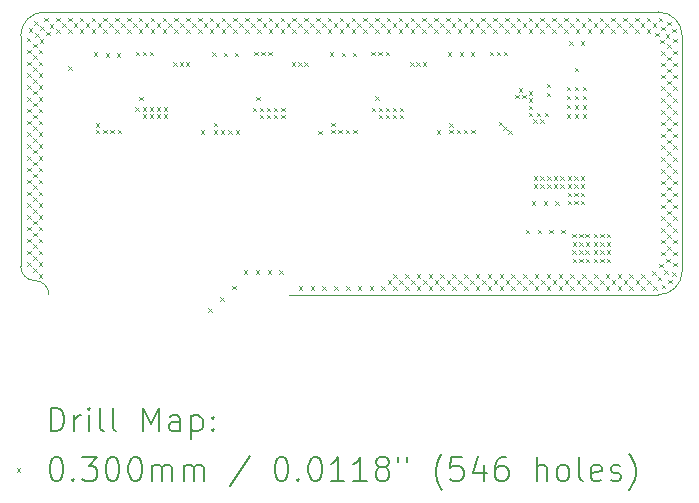
<source format=gbr>
%FSLAX45Y45*%
G04 Gerber Fmt 4.5, Leading zero omitted, Abs format (unit mm)*
G04 Created by KiCad (PCBNEW (6.0.0)) date 2022-03-25 21:06:09*
%MOMM*%
%LPD*%
G01*
G04 APERTURE LIST*
%TA.AperFunction,Profile*%
%ADD10C,0.050000*%
%TD*%
%ADD11C,0.200000*%
%ADD12C,0.030000*%
G04 APERTURE END LIST*
D10*
X6400000Y3394062D02*
X1200000Y3394062D01*
X6600062Y3194000D02*
X6600000Y1200000D01*
X3270000Y1000000D02*
X6399938Y999938D01*
X6600062Y3194000D02*
G75*
G03*
X6400000Y3394062I-200062J0D01*
G01*
X1200000Y3394062D02*
G75*
G03*
X999938Y3194000I0J-200062D01*
G01*
X999867Y1240133D02*
G75*
G03*
X1119933Y1120067I120067J0D01*
G01*
X6399938Y999938D02*
G75*
G03*
X6600000Y1200000I0J200062D01*
G01*
X1240000Y1000000D02*
G75*
G03*
X1119933Y1120067I-120067J0D01*
G01*
X999938Y3194000D02*
X999867Y1240133D01*
D11*
D12*
X1052000Y3175000D02*
X1082000Y3145000D01*
X1082000Y3175000D02*
X1052000Y3145000D01*
X1054000Y3074000D02*
X1084000Y3044000D01*
X1084000Y3074000D02*
X1054000Y3044000D01*
X1054000Y2974000D02*
X1084000Y2944000D01*
X1084000Y2974000D02*
X1054000Y2944000D01*
X1054000Y2874000D02*
X1084000Y2844000D01*
X1084000Y2874000D02*
X1054000Y2844000D01*
X1054000Y2774000D02*
X1084000Y2744000D01*
X1084000Y2774000D02*
X1054000Y2744000D01*
X1054000Y2674000D02*
X1084000Y2644000D01*
X1084000Y2674000D02*
X1054000Y2644000D01*
X1054000Y2574000D02*
X1084000Y2544000D01*
X1084000Y2574000D02*
X1054000Y2544000D01*
X1054000Y2474000D02*
X1084000Y2444000D01*
X1084000Y2474000D02*
X1054000Y2444000D01*
X1054000Y2374000D02*
X1084000Y2344000D01*
X1084000Y2374000D02*
X1054000Y2344000D01*
X1054000Y2274000D02*
X1084000Y2244000D01*
X1084000Y2274000D02*
X1054000Y2244000D01*
X1054000Y2174000D02*
X1084000Y2144000D01*
X1084000Y2174000D02*
X1054000Y2144000D01*
X1054000Y2074000D02*
X1084000Y2044000D01*
X1084000Y2074000D02*
X1054000Y2044000D01*
X1054000Y1974000D02*
X1084000Y1944000D01*
X1084000Y1974000D02*
X1054000Y1944000D01*
X1054000Y1874000D02*
X1084000Y1844000D01*
X1084000Y1874000D02*
X1054000Y1844000D01*
X1054000Y1774000D02*
X1084000Y1744000D01*
X1084000Y1774000D02*
X1054000Y1744000D01*
X1054000Y1674000D02*
X1084000Y1644000D01*
X1084000Y1674000D02*
X1054000Y1644000D01*
X1054000Y1574000D02*
X1084000Y1544000D01*
X1084000Y1574000D02*
X1054000Y1544000D01*
X1054000Y1474000D02*
X1084000Y1444000D01*
X1084000Y1474000D02*
X1054000Y1444000D01*
X1054000Y1374000D02*
X1084000Y1344000D01*
X1084000Y1374000D02*
X1054000Y1344000D01*
X1054000Y1274000D02*
X1084000Y1244000D01*
X1084000Y1274000D02*
X1054000Y1244000D01*
X1070000Y3255000D02*
X1100000Y3225000D01*
X1100000Y3255000D02*
X1070000Y3225000D01*
X1104000Y3126000D02*
X1134000Y3096000D01*
X1134000Y3126000D02*
X1104000Y3096000D01*
X1104000Y3026000D02*
X1134000Y2996000D01*
X1134000Y3026000D02*
X1104000Y2996000D01*
X1104000Y2926000D02*
X1134000Y2896000D01*
X1134000Y2926000D02*
X1104000Y2896000D01*
X1104000Y2826000D02*
X1134000Y2796000D01*
X1134000Y2826000D02*
X1104000Y2796000D01*
X1104000Y2726000D02*
X1134000Y2696000D01*
X1134000Y2726000D02*
X1104000Y2696000D01*
X1104000Y2626000D02*
X1134000Y2596000D01*
X1134000Y2626000D02*
X1104000Y2596000D01*
X1104000Y2526000D02*
X1134000Y2496000D01*
X1134000Y2526000D02*
X1104000Y2496000D01*
X1104000Y2426000D02*
X1134000Y2396000D01*
X1134000Y2426000D02*
X1104000Y2396000D01*
X1104000Y2326000D02*
X1134000Y2296000D01*
X1134000Y2326000D02*
X1104000Y2296000D01*
X1104000Y2226000D02*
X1134000Y2196000D01*
X1134000Y2226000D02*
X1104000Y2196000D01*
X1104000Y2126000D02*
X1134000Y2096000D01*
X1134000Y2126000D02*
X1104000Y2096000D01*
X1104000Y2026000D02*
X1134000Y1996000D01*
X1134000Y2026000D02*
X1104000Y1996000D01*
X1104000Y1926000D02*
X1134000Y1896000D01*
X1134000Y1926000D02*
X1104000Y1896000D01*
X1104000Y1826000D02*
X1134000Y1796000D01*
X1134000Y1826000D02*
X1104000Y1796000D01*
X1104000Y1726000D02*
X1134000Y1696000D01*
X1134000Y1726000D02*
X1104000Y1696000D01*
X1104000Y1626000D02*
X1134000Y1596000D01*
X1134000Y1626000D02*
X1104000Y1596000D01*
X1104000Y1526000D02*
X1134000Y1496000D01*
X1134000Y1526000D02*
X1104000Y1496000D01*
X1104000Y1426000D02*
X1134000Y1396000D01*
X1134000Y1426000D02*
X1104000Y1396000D01*
X1104000Y1326000D02*
X1134000Y1296000D01*
X1134000Y1326000D02*
X1104000Y1296000D01*
X1104000Y1224000D02*
X1134000Y1194000D01*
X1134000Y1224000D02*
X1104000Y1194000D01*
X1115000Y3317000D02*
X1145000Y3287000D01*
X1145000Y3317000D02*
X1115000Y3287000D01*
X1121000Y3214000D02*
X1151000Y3184000D01*
X1151000Y3214000D02*
X1121000Y3184000D01*
X1154000Y3074000D02*
X1184000Y3044000D01*
X1184000Y3074000D02*
X1154000Y3044000D01*
X1154000Y2974000D02*
X1184000Y2944000D01*
X1184000Y2974000D02*
X1154000Y2944000D01*
X1154000Y2874000D02*
X1184000Y2844000D01*
X1184000Y2874000D02*
X1154000Y2844000D01*
X1154000Y2774000D02*
X1184000Y2744000D01*
X1184000Y2774000D02*
X1154000Y2744000D01*
X1154000Y2674000D02*
X1184000Y2644000D01*
X1184000Y2674000D02*
X1154000Y2644000D01*
X1154000Y2574000D02*
X1184000Y2544000D01*
X1184000Y2574000D02*
X1154000Y2544000D01*
X1154000Y2474000D02*
X1184000Y2444000D01*
X1184000Y2474000D02*
X1154000Y2444000D01*
X1154000Y2374000D02*
X1184000Y2344000D01*
X1184000Y2374000D02*
X1154000Y2344000D01*
X1154000Y2274000D02*
X1184000Y2244000D01*
X1184000Y2274000D02*
X1154000Y2244000D01*
X1154000Y2174000D02*
X1184000Y2144000D01*
X1184000Y2174000D02*
X1154000Y2144000D01*
X1154000Y2074000D02*
X1184000Y2044000D01*
X1184000Y2074000D02*
X1154000Y2044000D01*
X1154000Y1974000D02*
X1184000Y1944000D01*
X1184000Y1974000D02*
X1154000Y1944000D01*
X1154000Y1874000D02*
X1184000Y1844000D01*
X1184000Y1874000D02*
X1154000Y1844000D01*
X1154000Y1774000D02*
X1184000Y1744000D01*
X1184000Y1774000D02*
X1154000Y1744000D01*
X1154000Y1674000D02*
X1184000Y1644000D01*
X1184000Y1674000D02*
X1154000Y1644000D01*
X1154000Y1574000D02*
X1184000Y1544000D01*
X1184000Y1574000D02*
X1154000Y1544000D01*
X1154000Y1474000D02*
X1184000Y1444000D01*
X1184000Y1474000D02*
X1154000Y1444000D01*
X1154000Y1374000D02*
X1184000Y1344000D01*
X1184000Y1374000D02*
X1154000Y1344000D01*
X1154000Y1274000D02*
X1184000Y1244000D01*
X1184000Y1274000D02*
X1154000Y1244000D01*
X1154000Y1174000D02*
X1184000Y1144000D01*
X1184000Y1174000D02*
X1154000Y1144000D01*
X1163000Y3162000D02*
X1193000Y3132000D01*
X1193000Y3162000D02*
X1163000Y3132000D01*
X1165000Y3272000D02*
X1195000Y3242000D01*
X1195000Y3272000D02*
X1165000Y3242000D01*
X1201000Y3347000D02*
X1231000Y3317000D01*
X1231000Y3347000D02*
X1201000Y3317000D01*
X1214000Y3228000D02*
X1244000Y3198000D01*
X1244000Y3228000D02*
X1214000Y3198000D01*
X1244000Y3292000D02*
X1274000Y3262000D01*
X1274000Y3292000D02*
X1244000Y3262000D01*
X1301000Y3347000D02*
X1331000Y3317000D01*
X1331000Y3347000D02*
X1301000Y3317000D01*
X1301000Y3247000D02*
X1331000Y3217000D01*
X1331000Y3247000D02*
X1301000Y3217000D01*
X1351000Y3297000D02*
X1381000Y3267000D01*
X1381000Y3297000D02*
X1351000Y3267000D01*
X1401000Y3347000D02*
X1431000Y3317000D01*
X1431000Y3347000D02*
X1401000Y3317000D01*
X1401000Y3247000D02*
X1431000Y3217000D01*
X1431000Y3247000D02*
X1401000Y3217000D01*
X1401000Y2934000D02*
X1431000Y2904000D01*
X1431000Y2934000D02*
X1401000Y2904000D01*
X1451000Y3297000D02*
X1481000Y3267000D01*
X1481000Y3297000D02*
X1451000Y3267000D01*
X1501000Y3347000D02*
X1531000Y3317000D01*
X1531000Y3347000D02*
X1501000Y3317000D01*
X1501000Y3247000D02*
X1531000Y3217000D01*
X1531000Y3247000D02*
X1501000Y3217000D01*
X1551000Y3297000D02*
X1581000Y3267000D01*
X1581000Y3297000D02*
X1551000Y3267000D01*
X1601000Y3347000D02*
X1631000Y3317000D01*
X1631000Y3347000D02*
X1601000Y3317000D01*
X1601000Y3247000D02*
X1631000Y3217000D01*
X1631000Y3247000D02*
X1601000Y3217000D01*
X1619000Y3053000D02*
X1649000Y3023000D01*
X1649000Y3053000D02*
X1619000Y3023000D01*
X1637000Y2454000D02*
X1667000Y2424000D01*
X1667000Y2454000D02*
X1637000Y2424000D01*
X1637000Y2396000D02*
X1667000Y2366000D01*
X1667000Y2396000D02*
X1637000Y2366000D01*
X1651000Y3297000D02*
X1681000Y3267000D01*
X1681000Y3297000D02*
X1651000Y3267000D01*
X1699000Y2396000D02*
X1729000Y2366000D01*
X1729000Y2396000D02*
X1699000Y2366000D01*
X1701000Y3347000D02*
X1731000Y3317000D01*
X1731000Y3347000D02*
X1701000Y3317000D01*
X1701000Y3247000D02*
X1731000Y3217000D01*
X1731000Y3247000D02*
X1701000Y3217000D01*
X1721000Y3047000D02*
X1751000Y3017000D01*
X1751000Y3047000D02*
X1721000Y3017000D01*
X1751000Y3297000D02*
X1781000Y3267000D01*
X1781000Y3297000D02*
X1751000Y3267000D01*
X1760000Y2396000D02*
X1790000Y2366000D01*
X1790000Y2396000D02*
X1760000Y2366000D01*
X1801000Y3347000D02*
X1831000Y3317000D01*
X1831000Y3347000D02*
X1801000Y3317000D01*
X1801000Y3247000D02*
X1831000Y3217000D01*
X1831000Y3247000D02*
X1801000Y3217000D01*
X1813000Y3047000D02*
X1843000Y3017000D01*
X1843000Y3047000D02*
X1813000Y3017000D01*
X1823000Y2396000D02*
X1853000Y2366000D01*
X1853000Y2396000D02*
X1823000Y2366000D01*
X1851000Y3297000D02*
X1881000Y3267000D01*
X1881000Y3297000D02*
X1851000Y3267000D01*
X1901000Y3347000D02*
X1931000Y3317000D01*
X1931000Y3347000D02*
X1901000Y3317000D01*
X1901000Y3247000D02*
X1931000Y3217000D01*
X1931000Y3247000D02*
X1901000Y3217000D01*
X1951000Y3297000D02*
X1981000Y3267000D01*
X1981000Y3297000D02*
X1951000Y3267000D01*
X1970000Y2588000D02*
X2000000Y2558000D01*
X2000000Y2588000D02*
X1970000Y2558000D01*
X1974000Y3058000D02*
X2004000Y3028000D01*
X2004000Y3058000D02*
X1974000Y3028000D01*
X2001000Y3347000D02*
X2031000Y3317000D01*
X2031000Y3347000D02*
X2001000Y3317000D01*
X2001000Y3247000D02*
X2031000Y3217000D01*
X2031000Y3247000D02*
X2001000Y3217000D01*
X2004000Y2678000D02*
X2034000Y2648000D01*
X2034000Y2678000D02*
X2004000Y2648000D01*
X2032000Y2587000D02*
X2062000Y2557000D01*
X2062000Y2587000D02*
X2032000Y2557000D01*
X2032000Y2527000D02*
X2062000Y2497000D01*
X2062000Y2527000D02*
X2032000Y2497000D01*
X2034000Y3058000D02*
X2064000Y3028000D01*
X2064000Y3058000D02*
X2034000Y3028000D01*
X2051000Y3297000D02*
X2081000Y3267000D01*
X2081000Y3297000D02*
X2051000Y3267000D01*
X2092000Y2587000D02*
X2122000Y2557000D01*
X2122000Y2587000D02*
X2092000Y2557000D01*
X2092000Y2527000D02*
X2122000Y2497000D01*
X2122000Y2527000D02*
X2092000Y2497000D01*
X2094000Y3058000D02*
X2124000Y3028000D01*
X2124000Y3058000D02*
X2094000Y3028000D01*
X2101000Y3347000D02*
X2131000Y3317000D01*
X2131000Y3347000D02*
X2101000Y3317000D01*
X2101000Y3247000D02*
X2131000Y3217000D01*
X2131000Y3247000D02*
X2101000Y3217000D01*
X2151000Y3297000D02*
X2181000Y3267000D01*
X2181000Y3297000D02*
X2151000Y3267000D01*
X2152000Y2587000D02*
X2182000Y2557000D01*
X2182000Y2587000D02*
X2152000Y2557000D01*
X2152000Y2527000D02*
X2182000Y2497000D01*
X2182000Y2527000D02*
X2152000Y2497000D01*
X2201000Y3347000D02*
X2231000Y3317000D01*
X2231000Y3347000D02*
X2201000Y3317000D01*
X2201000Y3247000D02*
X2231000Y3217000D01*
X2231000Y3247000D02*
X2201000Y3217000D01*
X2212000Y2587000D02*
X2242000Y2557000D01*
X2242000Y2587000D02*
X2212000Y2557000D01*
X2212000Y2527000D02*
X2242000Y2497000D01*
X2242000Y2527000D02*
X2212000Y2497000D01*
X2251000Y3297000D02*
X2281000Y3267000D01*
X2281000Y3297000D02*
X2251000Y3267000D01*
X2293000Y2970000D02*
X2323000Y2940000D01*
X2323000Y2970000D02*
X2293000Y2940000D01*
X2301000Y3347000D02*
X2331000Y3317000D01*
X2331000Y3347000D02*
X2301000Y3317000D01*
X2301000Y3247000D02*
X2331000Y3217000D01*
X2331000Y3247000D02*
X2301000Y3217000D01*
X2346000Y2970000D02*
X2376000Y2940000D01*
X2376000Y2970000D02*
X2346000Y2940000D01*
X2351000Y3297000D02*
X2381000Y3267000D01*
X2381000Y3297000D02*
X2351000Y3267000D01*
X2399000Y2970000D02*
X2429000Y2940000D01*
X2429000Y2970000D02*
X2399000Y2940000D01*
X2401000Y3347000D02*
X2431000Y3317000D01*
X2431000Y3347000D02*
X2401000Y3317000D01*
X2401000Y3247000D02*
X2431000Y3217000D01*
X2431000Y3247000D02*
X2401000Y3217000D01*
X2451000Y3297000D02*
X2481000Y3267000D01*
X2481000Y3297000D02*
X2451000Y3267000D01*
X2501000Y3347000D02*
X2531000Y3317000D01*
X2531000Y3347000D02*
X2501000Y3317000D01*
X2501000Y3247000D02*
X2531000Y3217000D01*
X2531000Y3247000D02*
X2501000Y3217000D01*
X2523500Y2392500D02*
X2553500Y2362500D01*
X2553500Y2392500D02*
X2523500Y2362500D01*
X2551000Y3297000D02*
X2581000Y3267000D01*
X2581000Y3297000D02*
X2551000Y3267000D01*
X2590000Y884000D02*
X2620000Y854000D01*
X2620000Y884000D02*
X2590000Y854000D01*
X2601000Y3347000D02*
X2631000Y3317000D01*
X2631000Y3347000D02*
X2601000Y3317000D01*
X2601000Y3247000D02*
X2631000Y3217000D01*
X2631000Y3247000D02*
X2601000Y3217000D01*
X2620000Y3053000D02*
X2650000Y3023000D01*
X2650000Y3053000D02*
X2620000Y3023000D01*
X2633000Y2456000D02*
X2663000Y2426000D01*
X2663000Y2456000D02*
X2633000Y2426000D01*
X2633000Y2395000D02*
X2663000Y2365000D01*
X2663000Y2395000D02*
X2633000Y2365000D01*
X2651000Y3297000D02*
X2681000Y3267000D01*
X2681000Y3297000D02*
X2651000Y3267000D01*
X2690000Y978000D02*
X2720000Y948000D01*
X2720000Y978000D02*
X2690000Y948000D01*
X2695000Y2395000D02*
X2725000Y2365000D01*
X2725000Y2395000D02*
X2695000Y2365000D01*
X2701000Y3347000D02*
X2731000Y3317000D01*
X2731000Y3347000D02*
X2701000Y3317000D01*
X2701000Y3247000D02*
X2731000Y3217000D01*
X2731000Y3247000D02*
X2701000Y3217000D01*
X2719000Y3051000D02*
X2749000Y3021000D01*
X2749000Y3051000D02*
X2719000Y3021000D01*
X2751000Y3297000D02*
X2781000Y3267000D01*
X2781000Y3297000D02*
X2751000Y3267000D01*
X2756000Y2395000D02*
X2786000Y2365000D01*
X2786000Y2395000D02*
X2756000Y2365000D01*
X2789333Y1076000D02*
X2819333Y1046000D01*
X2819333Y1076000D02*
X2789333Y1046000D01*
X2801000Y3347000D02*
X2831000Y3317000D01*
X2831000Y3347000D02*
X2801000Y3317000D01*
X2801000Y3247000D02*
X2831000Y3217000D01*
X2831000Y3247000D02*
X2801000Y3217000D01*
X2811000Y3051000D02*
X2841000Y3021000D01*
X2841000Y3051000D02*
X2811000Y3021000D01*
X2819000Y2395000D02*
X2849000Y2365000D01*
X2849000Y2395000D02*
X2819000Y2365000D01*
X2851000Y3297000D02*
X2881000Y3267000D01*
X2881000Y3297000D02*
X2851000Y3267000D01*
X2889500Y1209500D02*
X2919500Y1179500D01*
X2919500Y1209500D02*
X2889500Y1179500D01*
X2901000Y3347000D02*
X2931000Y3317000D01*
X2931000Y3347000D02*
X2901000Y3317000D01*
X2901000Y3247000D02*
X2931000Y3217000D01*
X2931000Y3247000D02*
X2901000Y3217000D01*
X2951000Y3297000D02*
X2981000Y3267000D01*
X2981000Y3297000D02*
X2951000Y3267000D01*
X2963000Y2585000D02*
X2993000Y2555000D01*
X2993000Y2585000D02*
X2963000Y2555000D01*
X2976000Y3058000D02*
X3006000Y3028000D01*
X3006000Y3058000D02*
X2976000Y3028000D01*
X2989666Y1209500D02*
X3019666Y1179500D01*
X3019666Y1209500D02*
X2989666Y1179500D01*
X2992000Y2676000D02*
X3022000Y2646000D01*
X3022000Y2676000D02*
X2992000Y2646000D01*
X3001000Y3347000D02*
X3031000Y3317000D01*
X3031000Y3347000D02*
X3001000Y3317000D01*
X3001000Y3247000D02*
X3031000Y3217000D01*
X3031000Y3247000D02*
X3001000Y3217000D01*
X3024000Y2585000D02*
X3054000Y2555000D01*
X3054000Y2585000D02*
X3024000Y2555000D01*
X3024000Y2525000D02*
X3054000Y2495000D01*
X3054000Y2525000D02*
X3024000Y2495000D01*
X3036000Y3058000D02*
X3066000Y3028000D01*
X3066000Y3058000D02*
X3036000Y3028000D01*
X3051000Y3297000D02*
X3081000Y3267000D01*
X3081000Y3297000D02*
X3051000Y3267000D01*
X3084000Y2585000D02*
X3114000Y2555000D01*
X3114000Y2585000D02*
X3084000Y2555000D01*
X3084000Y2525000D02*
X3114000Y2495000D01*
X3114000Y2525000D02*
X3084000Y2495000D01*
X3089833Y1209500D02*
X3119833Y1179500D01*
X3119833Y1209500D02*
X3089833Y1179500D01*
X3096000Y3058000D02*
X3126000Y3028000D01*
X3126000Y3058000D02*
X3096000Y3028000D01*
X3101000Y3347000D02*
X3131000Y3317000D01*
X3131000Y3347000D02*
X3101000Y3317000D01*
X3101000Y3247000D02*
X3131000Y3217000D01*
X3131000Y3247000D02*
X3101000Y3217000D01*
X3144000Y2585000D02*
X3174000Y2555000D01*
X3174000Y2585000D02*
X3144000Y2555000D01*
X3144000Y2525000D02*
X3174000Y2495000D01*
X3174000Y2525000D02*
X3144000Y2495000D01*
X3151000Y3297000D02*
X3181000Y3267000D01*
X3181000Y3297000D02*
X3151000Y3267000D01*
X3191000Y1209500D02*
X3221000Y1179500D01*
X3221000Y1209500D02*
X3191000Y1179500D01*
X3201000Y3347000D02*
X3231000Y3317000D01*
X3231000Y3347000D02*
X3201000Y3317000D01*
X3201000Y3247000D02*
X3231000Y3217000D01*
X3231000Y3247000D02*
X3201000Y3217000D01*
X3204000Y2585000D02*
X3234000Y2555000D01*
X3234000Y2585000D02*
X3204000Y2555000D01*
X3204000Y2525000D02*
X3234000Y2495000D01*
X3234000Y2525000D02*
X3204000Y2495000D01*
X3251000Y3297000D02*
X3281000Y3267000D01*
X3281000Y3297000D02*
X3251000Y3267000D01*
X3295000Y2970000D02*
X3325000Y2940000D01*
X3325000Y2970000D02*
X3295000Y2940000D01*
X3301000Y3347000D02*
X3331000Y3317000D01*
X3331000Y3347000D02*
X3301000Y3317000D01*
X3301000Y3247000D02*
X3331000Y3217000D01*
X3331000Y3247000D02*
X3301000Y3217000D01*
X3348000Y2970000D02*
X3378000Y2940000D01*
X3378000Y2970000D02*
X3348000Y2940000D01*
X3351000Y3297000D02*
X3381000Y3267000D01*
X3381000Y3297000D02*
X3351000Y3267000D01*
X3354000Y1074000D02*
X3384000Y1044000D01*
X3384000Y1074000D02*
X3354000Y1044000D01*
X3401000Y3347000D02*
X3431000Y3317000D01*
X3431000Y3347000D02*
X3401000Y3317000D01*
X3401000Y3247000D02*
X3431000Y3217000D01*
X3431000Y3247000D02*
X3401000Y3217000D01*
X3401000Y2970000D02*
X3431000Y2940000D01*
X3431000Y2970000D02*
X3401000Y2940000D01*
X3451000Y3297000D02*
X3481000Y3267000D01*
X3481000Y3297000D02*
X3451000Y3267000D01*
X3454000Y1074000D02*
X3484000Y1044000D01*
X3484000Y1074000D02*
X3454000Y1044000D01*
X3501000Y3347000D02*
X3531000Y3317000D01*
X3531000Y3347000D02*
X3501000Y3317000D01*
X3501000Y3247000D02*
X3531000Y3217000D01*
X3531000Y3247000D02*
X3501000Y3217000D01*
X3518500Y2390500D02*
X3548500Y2360500D01*
X3548500Y2390500D02*
X3518500Y2360500D01*
X3551000Y3297000D02*
X3581000Y3267000D01*
X3581000Y3297000D02*
X3551000Y3267000D01*
X3554000Y1074000D02*
X3584000Y1044000D01*
X3584000Y1074000D02*
X3554000Y1044000D01*
X3601000Y3347000D02*
X3631000Y3317000D01*
X3631000Y3347000D02*
X3601000Y3317000D01*
X3601000Y3247000D02*
X3631000Y3217000D01*
X3631000Y3247000D02*
X3601000Y3217000D01*
X3617000Y3053000D02*
X3647000Y3023000D01*
X3647000Y3053000D02*
X3617000Y3023000D01*
X3628000Y2456000D02*
X3658000Y2426000D01*
X3658000Y2456000D02*
X3628000Y2426000D01*
X3628000Y2396000D02*
X3658000Y2366000D01*
X3658000Y2396000D02*
X3628000Y2366000D01*
X3651000Y3297000D02*
X3681000Y3267000D01*
X3681000Y3297000D02*
X3651000Y3267000D01*
X3654000Y1074000D02*
X3684000Y1044000D01*
X3684000Y1074000D02*
X3654000Y1044000D01*
X3690000Y2396000D02*
X3720000Y2366000D01*
X3720000Y2396000D02*
X3690000Y2366000D01*
X3701000Y3347000D02*
X3731000Y3317000D01*
X3731000Y3347000D02*
X3701000Y3317000D01*
X3701000Y3247000D02*
X3731000Y3217000D01*
X3731000Y3247000D02*
X3701000Y3217000D01*
X3718000Y3050000D02*
X3748000Y3020000D01*
X3748000Y3050000D02*
X3718000Y3020000D01*
X3751000Y3297000D02*
X3781000Y3267000D01*
X3781000Y3297000D02*
X3751000Y3267000D01*
X3751000Y2396000D02*
X3781000Y2366000D01*
X3781000Y2396000D02*
X3751000Y2366000D01*
X3754000Y1074000D02*
X3784000Y1044000D01*
X3784000Y1074000D02*
X3754000Y1044000D01*
X3801000Y3347000D02*
X3831000Y3317000D01*
X3831000Y3347000D02*
X3801000Y3317000D01*
X3801000Y3247000D02*
X3831000Y3217000D01*
X3831000Y3247000D02*
X3801000Y3217000D01*
X3810000Y3050000D02*
X3840000Y3020000D01*
X3840000Y3050000D02*
X3810000Y3020000D01*
X3814000Y2396000D02*
X3844000Y2366000D01*
X3844000Y2396000D02*
X3814000Y2366000D01*
X3851000Y3297000D02*
X3881000Y3267000D01*
X3881000Y3297000D02*
X3851000Y3267000D01*
X3854000Y1074000D02*
X3884000Y1044000D01*
X3884000Y1074000D02*
X3854000Y1044000D01*
X3901000Y3347000D02*
X3931000Y3317000D01*
X3931000Y3347000D02*
X3901000Y3317000D01*
X3901000Y3247000D02*
X3931000Y3217000D01*
X3931000Y3247000D02*
X3901000Y3217000D01*
X3951000Y3297000D02*
X3981000Y3267000D01*
X3981000Y3297000D02*
X3951000Y3267000D01*
X3954000Y1074000D02*
X3984000Y1044000D01*
X3984000Y1074000D02*
X3954000Y1044000D01*
X3969000Y3058000D02*
X3999000Y3028000D01*
X3999000Y3058000D02*
X3969000Y3028000D01*
X3972000Y2585000D02*
X4002000Y2555000D01*
X4002000Y2585000D02*
X3972000Y2555000D01*
X4001000Y3347000D02*
X4031000Y3317000D01*
X4031000Y3347000D02*
X4001000Y3317000D01*
X4001000Y3247000D02*
X4031000Y3217000D01*
X4031000Y3247000D02*
X4001000Y3217000D01*
X4003000Y2680000D02*
X4033000Y2650000D01*
X4033000Y2680000D02*
X4003000Y2650000D01*
X4029000Y3058000D02*
X4059000Y3028000D01*
X4059000Y3058000D02*
X4029000Y3028000D01*
X4031000Y2585000D02*
X4061000Y2555000D01*
X4061000Y2585000D02*
X4031000Y2555000D01*
X4031000Y2525000D02*
X4061000Y2495000D01*
X4061000Y2525000D02*
X4031000Y2495000D01*
X4051000Y3297000D02*
X4081000Y3267000D01*
X4081000Y3297000D02*
X4051000Y3267000D01*
X4054000Y1074000D02*
X4084000Y1044000D01*
X4084000Y1074000D02*
X4054000Y1044000D01*
X4089000Y3058000D02*
X4119000Y3028000D01*
X4119000Y3058000D02*
X4089000Y3028000D01*
X4091000Y2585000D02*
X4121000Y2555000D01*
X4121000Y2585000D02*
X4091000Y2555000D01*
X4091000Y2525000D02*
X4121000Y2495000D01*
X4121000Y2525000D02*
X4091000Y2495000D01*
X4101000Y3347000D02*
X4131000Y3317000D01*
X4131000Y3347000D02*
X4101000Y3317000D01*
X4101000Y3247000D02*
X4131000Y3217000D01*
X4131000Y3247000D02*
X4101000Y3217000D01*
X4106000Y1123000D02*
X4136000Y1093000D01*
X4136000Y1123000D02*
X4106000Y1093000D01*
X4151000Y3297000D02*
X4181000Y3267000D01*
X4181000Y3297000D02*
X4151000Y3267000D01*
X4151000Y2585000D02*
X4181000Y2555000D01*
X4181000Y2585000D02*
X4151000Y2555000D01*
X4151000Y2525000D02*
X4181000Y2495000D01*
X4181000Y2525000D02*
X4151000Y2495000D01*
X4154000Y1174000D02*
X4184000Y1144000D01*
X4184000Y1174000D02*
X4154000Y1144000D01*
X4154000Y1074000D02*
X4184000Y1044000D01*
X4184000Y1074000D02*
X4154000Y1044000D01*
X4201000Y3347000D02*
X4231000Y3317000D01*
X4231000Y3347000D02*
X4201000Y3317000D01*
X4201000Y3247000D02*
X4231000Y3217000D01*
X4231000Y3247000D02*
X4201000Y3217000D01*
X4206000Y1123000D02*
X4236000Y1093000D01*
X4236000Y1123000D02*
X4206000Y1093000D01*
X4211000Y2585000D02*
X4241000Y2555000D01*
X4241000Y2585000D02*
X4211000Y2555000D01*
X4211000Y2525000D02*
X4241000Y2495000D01*
X4241000Y2525000D02*
X4211000Y2495000D01*
X4251000Y3297000D02*
X4281000Y3267000D01*
X4281000Y3297000D02*
X4251000Y3267000D01*
X4254000Y1174000D02*
X4284000Y1144000D01*
X4284000Y1174000D02*
X4254000Y1144000D01*
X4254000Y1074000D02*
X4284000Y1044000D01*
X4284000Y1074000D02*
X4254000Y1044000D01*
X4297000Y2970000D02*
X4327000Y2940000D01*
X4327000Y2970000D02*
X4297000Y2940000D01*
X4301000Y3347000D02*
X4331000Y3317000D01*
X4331000Y3347000D02*
X4301000Y3317000D01*
X4301000Y3247000D02*
X4331000Y3217000D01*
X4331000Y3247000D02*
X4301000Y3217000D01*
X4306000Y1123000D02*
X4336000Y1093000D01*
X4336000Y1123000D02*
X4306000Y1093000D01*
X4350000Y2970000D02*
X4380000Y2940000D01*
X4380000Y2970000D02*
X4350000Y2940000D01*
X4351000Y3297000D02*
X4381000Y3267000D01*
X4381000Y3297000D02*
X4351000Y3267000D01*
X4354000Y1174000D02*
X4384000Y1144000D01*
X4384000Y1174000D02*
X4354000Y1144000D01*
X4354000Y1074000D02*
X4384000Y1044000D01*
X4384000Y1074000D02*
X4354000Y1044000D01*
X4401000Y3347000D02*
X4431000Y3317000D01*
X4431000Y3347000D02*
X4401000Y3317000D01*
X4401000Y3247000D02*
X4431000Y3217000D01*
X4431000Y3247000D02*
X4401000Y3217000D01*
X4403000Y2970000D02*
X4433000Y2940000D01*
X4433000Y2970000D02*
X4403000Y2940000D01*
X4406000Y1123000D02*
X4436000Y1093000D01*
X4436000Y1123000D02*
X4406000Y1093000D01*
X4451000Y3297000D02*
X4481000Y3267000D01*
X4481000Y3297000D02*
X4451000Y3267000D01*
X4454000Y1174000D02*
X4484000Y1144000D01*
X4484000Y1174000D02*
X4454000Y1144000D01*
X4454000Y1074000D02*
X4484000Y1044000D01*
X4484000Y1074000D02*
X4454000Y1044000D01*
X4501000Y3347000D02*
X4531000Y3317000D01*
X4531000Y3347000D02*
X4501000Y3317000D01*
X4501000Y3247000D02*
X4531000Y3217000D01*
X4531000Y3247000D02*
X4501000Y3217000D01*
X4506000Y1123000D02*
X4536000Y1093000D01*
X4536000Y1123000D02*
X4506000Y1093000D01*
X4523000Y2393000D02*
X4553000Y2363000D01*
X4553000Y2393000D02*
X4523000Y2363000D01*
X4551000Y3297000D02*
X4581000Y3267000D01*
X4581000Y3297000D02*
X4551000Y3267000D01*
X4554000Y1174000D02*
X4584000Y1144000D01*
X4584000Y1174000D02*
X4554000Y1144000D01*
X4554000Y1074000D02*
X4584000Y1044000D01*
X4584000Y1074000D02*
X4554000Y1044000D01*
X4601000Y3347000D02*
X4631000Y3317000D01*
X4631000Y3347000D02*
X4601000Y3317000D01*
X4601000Y3247000D02*
X4631000Y3217000D01*
X4631000Y3247000D02*
X4601000Y3217000D01*
X4606000Y1123000D02*
X4636000Y1093000D01*
X4636000Y1123000D02*
X4606000Y1093000D01*
X4614000Y3053000D02*
X4644000Y3023000D01*
X4644000Y3053000D02*
X4614000Y3023000D01*
X4630000Y2453000D02*
X4660000Y2423000D01*
X4660000Y2453000D02*
X4630000Y2423000D01*
X4630000Y2397000D02*
X4660000Y2367000D01*
X4660000Y2397000D02*
X4630000Y2367000D01*
X4651000Y3297000D02*
X4681000Y3267000D01*
X4681000Y3297000D02*
X4651000Y3267000D01*
X4654000Y1174000D02*
X4684000Y1144000D01*
X4684000Y1174000D02*
X4654000Y1144000D01*
X4654000Y1074000D02*
X4684000Y1044000D01*
X4684000Y1074000D02*
X4654000Y1044000D01*
X4692000Y2397000D02*
X4722000Y2367000D01*
X4722000Y2397000D02*
X4692000Y2367000D01*
X4701000Y3347000D02*
X4731000Y3317000D01*
X4731000Y3347000D02*
X4701000Y3317000D01*
X4701000Y3247000D02*
X4731000Y3217000D01*
X4731000Y3247000D02*
X4701000Y3217000D01*
X4706000Y1123000D02*
X4736000Y1093000D01*
X4736000Y1123000D02*
X4706000Y1093000D01*
X4717000Y3053000D02*
X4747000Y3023000D01*
X4747000Y3053000D02*
X4717000Y3023000D01*
X4751000Y3297000D02*
X4781000Y3267000D01*
X4781000Y3297000D02*
X4751000Y3267000D01*
X4753000Y2397000D02*
X4783000Y2367000D01*
X4783000Y2397000D02*
X4753000Y2367000D01*
X4754000Y1174000D02*
X4784000Y1144000D01*
X4784000Y1174000D02*
X4754000Y1144000D01*
X4754000Y1074000D02*
X4784000Y1044000D01*
X4784000Y1074000D02*
X4754000Y1044000D01*
X4801000Y3347000D02*
X4831000Y3317000D01*
X4831000Y3347000D02*
X4801000Y3317000D01*
X4801000Y3247000D02*
X4831000Y3217000D01*
X4831000Y3247000D02*
X4801000Y3217000D01*
X4806000Y1123000D02*
X4836000Y1093000D01*
X4836000Y1123000D02*
X4806000Y1093000D01*
X4809000Y3053000D02*
X4839000Y3023000D01*
X4839000Y3053000D02*
X4809000Y3023000D01*
X4816000Y2397000D02*
X4846000Y2367000D01*
X4846000Y2397000D02*
X4816000Y2367000D01*
X4851000Y3297000D02*
X4881000Y3267000D01*
X4881000Y3297000D02*
X4851000Y3267000D01*
X4854000Y1174000D02*
X4884000Y1144000D01*
X4884000Y1174000D02*
X4854000Y1144000D01*
X4854000Y1074000D02*
X4884000Y1044000D01*
X4884000Y1074000D02*
X4854000Y1044000D01*
X4901000Y3347000D02*
X4931000Y3317000D01*
X4931000Y3347000D02*
X4901000Y3317000D01*
X4901000Y3247000D02*
X4931000Y3217000D01*
X4931000Y3247000D02*
X4901000Y3217000D01*
X4906000Y1123000D02*
X4936000Y1093000D01*
X4936000Y1123000D02*
X4906000Y1093000D01*
X4951000Y3297000D02*
X4981000Y3267000D01*
X4981000Y3297000D02*
X4951000Y3267000D01*
X4954000Y1174000D02*
X4984000Y1144000D01*
X4984000Y1174000D02*
X4954000Y1144000D01*
X4954000Y1074000D02*
X4984000Y1044000D01*
X4984000Y1074000D02*
X4954000Y1044000D01*
X4970000Y3058000D02*
X5000000Y3028000D01*
X5000000Y3058000D02*
X4970000Y3028000D01*
X5001000Y3347000D02*
X5031000Y3317000D01*
X5031000Y3347000D02*
X5001000Y3317000D01*
X5001000Y3247000D02*
X5031000Y3217000D01*
X5031000Y3247000D02*
X5001000Y3217000D01*
X5006000Y1123000D02*
X5036000Y1093000D01*
X5036000Y1123000D02*
X5006000Y1093000D01*
X5030000Y3058000D02*
X5060000Y3028000D01*
X5060000Y3058000D02*
X5030000Y3028000D01*
X5047000Y2466000D02*
X5077000Y2436000D01*
X5077000Y2466000D02*
X5047000Y2436000D01*
X5051000Y3297000D02*
X5081000Y3267000D01*
X5081000Y3297000D02*
X5051000Y3267000D01*
X5054000Y1174000D02*
X5084000Y1144000D01*
X5084000Y1174000D02*
X5054000Y1144000D01*
X5054000Y1074000D02*
X5084000Y1044000D01*
X5084000Y1074000D02*
X5054000Y1044000D01*
X5086000Y2428000D02*
X5116000Y2398000D01*
X5116000Y2428000D02*
X5086000Y2398000D01*
X5090000Y3058000D02*
X5120000Y3028000D01*
X5120000Y3058000D02*
X5090000Y3028000D01*
X5101000Y3347000D02*
X5131000Y3317000D01*
X5131000Y3347000D02*
X5101000Y3317000D01*
X5101000Y3247000D02*
X5131000Y3217000D01*
X5131000Y3247000D02*
X5101000Y3217000D01*
X5106000Y1123000D02*
X5136000Y1093000D01*
X5136000Y1123000D02*
X5106000Y1093000D01*
X5129000Y2394000D02*
X5159000Y2364000D01*
X5159000Y2394000D02*
X5129000Y2364000D01*
X5151000Y3297000D02*
X5181000Y3267000D01*
X5181000Y3297000D02*
X5151000Y3267000D01*
X5154000Y1174000D02*
X5184000Y1144000D01*
X5184000Y1174000D02*
X5154000Y1144000D01*
X5154000Y1074000D02*
X5184000Y1044000D01*
X5184000Y1074000D02*
X5154000Y1044000D01*
X5185000Y2695000D02*
X5215000Y2665000D01*
X5215000Y2695000D02*
X5185000Y2665000D01*
X5201000Y3347000D02*
X5231000Y3317000D01*
X5231000Y3347000D02*
X5201000Y3317000D01*
X5201000Y3247000D02*
X5231000Y3217000D01*
X5231000Y3247000D02*
X5201000Y3217000D01*
X5206000Y1123000D02*
X5236000Y1093000D01*
X5236000Y1123000D02*
X5206000Y1093000D01*
X5217500Y2750000D02*
X5247500Y2720000D01*
X5247500Y2750000D02*
X5217500Y2720000D01*
X5247500Y2695000D02*
X5277500Y2665000D01*
X5277500Y2695000D02*
X5247500Y2665000D01*
X5251000Y3297000D02*
X5281000Y3267000D01*
X5281000Y3297000D02*
X5251000Y3267000D01*
X5254000Y1174000D02*
X5284000Y1144000D01*
X5284000Y1174000D02*
X5254000Y1144000D01*
X5254000Y1074000D02*
X5284000Y1044000D01*
X5284000Y1074000D02*
X5254000Y1044000D01*
X5277500Y1550000D02*
X5307500Y1520000D01*
X5307500Y1550000D02*
X5277500Y1520000D01*
X5301000Y3347000D02*
X5331000Y3317000D01*
X5331000Y3347000D02*
X5301000Y3317000D01*
X5301000Y3247000D02*
X5331000Y3217000D01*
X5331000Y3247000D02*
X5301000Y3217000D01*
X5302500Y2725000D02*
X5332500Y2695000D01*
X5332500Y2725000D02*
X5302500Y2695000D01*
X5302500Y2663333D02*
X5332500Y2633333D01*
X5332500Y2663333D02*
X5302500Y2633333D01*
X5302500Y2601667D02*
X5332500Y2571667D01*
X5332500Y2601667D02*
X5302500Y2571667D01*
X5302500Y2540000D02*
X5332500Y2510000D01*
X5332500Y2540000D02*
X5302500Y2510000D01*
X5306000Y1123000D02*
X5336000Y1093000D01*
X5336000Y1123000D02*
X5306000Y1093000D01*
X5327000Y1793500D02*
X5357000Y1763500D01*
X5357000Y1793500D02*
X5327000Y1763500D01*
X5340000Y2485000D02*
X5370000Y2455000D01*
X5370000Y2485000D02*
X5340000Y2455000D01*
X5343000Y2004500D02*
X5373000Y1974500D01*
X5373000Y2004500D02*
X5343000Y1974500D01*
X5344000Y1934500D02*
X5374000Y1904500D01*
X5374000Y1934500D02*
X5344000Y1904500D01*
X5351000Y3297000D02*
X5381000Y3267000D01*
X5381000Y3297000D02*
X5351000Y3267000D01*
X5354000Y1174000D02*
X5384000Y1144000D01*
X5384000Y1174000D02*
X5354000Y1144000D01*
X5354000Y1074000D02*
X5384000Y1044000D01*
X5384000Y1074000D02*
X5354000Y1044000D01*
X5369500Y2540000D02*
X5399500Y2510000D01*
X5399500Y2540000D02*
X5369500Y2510000D01*
X5377000Y1549500D02*
X5407000Y1519500D01*
X5407000Y1549500D02*
X5377000Y1519500D01*
X5398000Y2004500D02*
X5428000Y1974500D01*
X5428000Y2004500D02*
X5398000Y1974500D01*
X5399000Y1934500D02*
X5429000Y1904500D01*
X5429000Y1934500D02*
X5399000Y1904500D01*
X5400000Y2485000D02*
X5430000Y2455000D01*
X5430000Y2485000D02*
X5400000Y2455000D01*
X5401000Y3347000D02*
X5431000Y3317000D01*
X5431000Y3347000D02*
X5401000Y3317000D01*
X5401000Y3247000D02*
X5431000Y3217000D01*
X5431000Y3247000D02*
X5401000Y3217000D01*
X5406000Y1123000D02*
X5436000Y1093000D01*
X5436000Y1123000D02*
X5406000Y1093000D01*
X5427000Y1793500D02*
X5457000Y1763500D01*
X5457000Y1793500D02*
X5427000Y1763500D01*
X5435000Y2540000D02*
X5465000Y2510000D01*
X5465000Y2540000D02*
X5435000Y2510000D01*
X5451000Y3297000D02*
X5481000Y3267000D01*
X5481000Y3297000D02*
X5451000Y3267000D01*
X5454000Y1174000D02*
X5484000Y1144000D01*
X5484000Y1174000D02*
X5454000Y1144000D01*
X5454000Y1074000D02*
X5484000Y1044000D01*
X5484000Y1074000D02*
X5454000Y1044000D01*
X5455000Y2785000D02*
X5485000Y2755000D01*
X5485000Y2785000D02*
X5455000Y2755000D01*
X5455000Y2709000D02*
X5485000Y2679000D01*
X5485000Y2709000D02*
X5455000Y2679000D01*
X5458000Y2004500D02*
X5488000Y1974500D01*
X5488000Y2004500D02*
X5458000Y1974500D01*
X5459000Y1934500D02*
X5489000Y1904500D01*
X5489000Y1934500D02*
X5459000Y1904500D01*
X5477000Y1549500D02*
X5507000Y1519500D01*
X5507000Y1549500D02*
X5477000Y1519500D01*
X5501000Y3347000D02*
X5531000Y3317000D01*
X5531000Y3347000D02*
X5501000Y3317000D01*
X5501000Y3247000D02*
X5531000Y3217000D01*
X5531000Y3247000D02*
X5501000Y3217000D01*
X5506000Y1123000D02*
X5536000Y1093000D01*
X5536000Y1123000D02*
X5506000Y1093000D01*
X5513000Y2004500D02*
X5543000Y1974500D01*
X5543000Y2004500D02*
X5513000Y1974500D01*
X5514000Y1934500D02*
X5544000Y1904500D01*
X5544000Y1934500D02*
X5514000Y1904500D01*
X5527000Y1793500D02*
X5557000Y1763500D01*
X5557000Y1793500D02*
X5527000Y1763500D01*
X5551000Y3297000D02*
X5581000Y3267000D01*
X5581000Y3297000D02*
X5551000Y3267000D01*
X5554000Y1174000D02*
X5584000Y1144000D01*
X5584000Y1174000D02*
X5554000Y1144000D01*
X5554000Y1074000D02*
X5584000Y1044000D01*
X5584000Y1074000D02*
X5554000Y1044000D01*
X5568000Y2004500D02*
X5598000Y1974500D01*
X5598000Y2004500D02*
X5568000Y1974500D01*
X5569000Y1934500D02*
X5599000Y1904500D01*
X5599000Y1934500D02*
X5569000Y1904500D01*
X5577000Y1549500D02*
X5607000Y1519500D01*
X5607000Y1549500D02*
X5577000Y1519500D01*
X5601000Y3347000D02*
X5631000Y3317000D01*
X5631000Y3347000D02*
X5601000Y3317000D01*
X5601000Y3247000D02*
X5631000Y3217000D01*
X5631000Y3247000D02*
X5601000Y3217000D01*
X5606000Y1123000D02*
X5636000Y1093000D01*
X5636000Y1123000D02*
X5606000Y1093000D01*
X5624000Y2530000D02*
X5654000Y2500000D01*
X5654000Y2530000D02*
X5624000Y2500000D01*
X5624000Y2763000D02*
X5654000Y2733000D01*
X5654000Y2763000D02*
X5624000Y2733000D01*
X5624000Y2607667D02*
X5654000Y2577667D01*
X5654000Y2607667D02*
X5624000Y2577667D01*
X5625000Y2685333D02*
X5655000Y2655333D01*
X5655000Y2685333D02*
X5625000Y2655333D01*
X5632000Y2004500D02*
X5662000Y1974500D01*
X5662000Y2004500D02*
X5632000Y1974500D01*
X5632000Y1865500D02*
X5662000Y1835500D01*
X5662000Y1865500D02*
X5632000Y1835500D01*
X5633000Y1934500D02*
X5663000Y1904500D01*
X5663000Y1934500D02*
X5633000Y1904500D01*
X5633000Y1795500D02*
X5663000Y1765500D01*
X5663000Y1795500D02*
X5633000Y1765500D01*
X5645000Y3145000D02*
X5675000Y3115000D01*
X5675000Y3145000D02*
X5645000Y3115000D01*
X5651000Y3297000D02*
X5681000Y3267000D01*
X5681000Y3297000D02*
X5651000Y3267000D01*
X5654000Y1174000D02*
X5684000Y1144000D01*
X5684000Y1174000D02*
X5654000Y1144000D01*
X5654000Y1074000D02*
X5684000Y1044000D01*
X5684000Y1074000D02*
X5654000Y1044000D01*
X5672000Y1515500D02*
X5702000Y1485500D01*
X5702000Y1515500D02*
X5672000Y1485500D01*
X5672000Y1375500D02*
X5702000Y1345500D01*
X5702000Y1375500D02*
X5672000Y1345500D01*
X5673000Y1445500D02*
X5703000Y1415500D01*
X5703000Y1445500D02*
X5673000Y1415500D01*
X5673000Y1305500D02*
X5703000Y1275500D01*
X5703000Y1305500D02*
X5673000Y1275500D01*
X5687000Y2004500D02*
X5717000Y1974500D01*
X5717000Y2004500D02*
X5687000Y1974500D01*
X5687000Y1865500D02*
X5717000Y1835500D01*
X5717000Y1865500D02*
X5687000Y1835500D01*
X5688000Y1934500D02*
X5718000Y1904500D01*
X5718000Y1934500D02*
X5688000Y1904500D01*
X5688000Y1795500D02*
X5718000Y1765500D01*
X5718000Y1795500D02*
X5688000Y1765500D01*
X5691500Y2762000D02*
X5721500Y2732000D01*
X5721500Y2762000D02*
X5691500Y2732000D01*
X5691500Y2606667D02*
X5721500Y2576667D01*
X5721500Y2606667D02*
X5691500Y2576667D01*
X5691500Y2529000D02*
X5721500Y2499000D01*
X5721500Y2529000D02*
X5691500Y2499000D01*
X5692500Y2922500D02*
X5722500Y2892500D01*
X5722500Y2922500D02*
X5692500Y2892500D01*
X5692500Y2684333D02*
X5722500Y2654333D01*
X5722500Y2684333D02*
X5692500Y2654333D01*
X5701000Y3347000D02*
X5731000Y3317000D01*
X5731000Y3347000D02*
X5701000Y3317000D01*
X5701000Y3247000D02*
X5731000Y3217000D01*
X5731000Y3247000D02*
X5701000Y3217000D01*
X5706000Y1123000D02*
X5736000Y1093000D01*
X5736000Y1123000D02*
X5706000Y1093000D01*
X5727000Y1515500D02*
X5757000Y1485500D01*
X5757000Y1515500D02*
X5727000Y1485500D01*
X5727000Y1375500D02*
X5757000Y1345500D01*
X5757000Y1375500D02*
X5727000Y1345500D01*
X5728000Y1445500D02*
X5758000Y1415500D01*
X5758000Y1445500D02*
X5728000Y1415500D01*
X5728000Y1305500D02*
X5758000Y1275500D01*
X5758000Y1305500D02*
X5728000Y1275500D01*
X5741000Y3145000D02*
X5771000Y3115000D01*
X5771000Y3145000D02*
X5741000Y3115000D01*
X5742000Y2004500D02*
X5772000Y1974500D01*
X5772000Y2004500D02*
X5742000Y1974500D01*
X5742000Y1865500D02*
X5772000Y1835500D01*
X5772000Y1865500D02*
X5742000Y1835500D01*
X5743000Y1934500D02*
X5773000Y1904500D01*
X5773000Y1934500D02*
X5743000Y1904500D01*
X5743000Y1795500D02*
X5773000Y1765500D01*
X5773000Y1795500D02*
X5743000Y1765500D01*
X5751000Y3297000D02*
X5781000Y3267000D01*
X5781000Y3297000D02*
X5751000Y3267000D01*
X5754000Y1174000D02*
X5784000Y1144000D01*
X5784000Y1174000D02*
X5754000Y1144000D01*
X5754000Y1074000D02*
X5784000Y1044000D01*
X5784000Y1074000D02*
X5754000Y1044000D01*
X5759000Y2762000D02*
X5789000Y2732000D01*
X5789000Y2762000D02*
X5759000Y2732000D01*
X5759000Y2606667D02*
X5789000Y2576667D01*
X5789000Y2606667D02*
X5759000Y2576667D01*
X5759000Y2529000D02*
X5789000Y2499000D01*
X5789000Y2529000D02*
X5759000Y2499000D01*
X5760000Y2684333D02*
X5790000Y2654333D01*
X5790000Y2684333D02*
X5760000Y2654333D01*
X5782000Y1515500D02*
X5812000Y1485500D01*
X5812000Y1515500D02*
X5782000Y1485500D01*
X5782000Y1375500D02*
X5812000Y1345500D01*
X5812000Y1375500D02*
X5782000Y1345500D01*
X5783000Y1445500D02*
X5813000Y1415500D01*
X5813000Y1445500D02*
X5783000Y1415500D01*
X5783000Y1305500D02*
X5813000Y1275500D01*
X5813000Y1305500D02*
X5783000Y1275500D01*
X5801000Y3347000D02*
X5831000Y3317000D01*
X5831000Y3347000D02*
X5801000Y3317000D01*
X5801000Y3247000D02*
X5831000Y3217000D01*
X5831000Y3247000D02*
X5801000Y3217000D01*
X5806000Y1123000D02*
X5836000Y1093000D01*
X5836000Y1123000D02*
X5806000Y1093000D01*
X5851000Y3297000D02*
X5881000Y3267000D01*
X5881000Y3297000D02*
X5851000Y3267000D01*
X5852000Y1515500D02*
X5882000Y1485500D01*
X5882000Y1515500D02*
X5852000Y1485500D01*
X5852000Y1375500D02*
X5882000Y1345500D01*
X5882000Y1375500D02*
X5852000Y1345500D01*
X5853000Y1445500D02*
X5883000Y1415500D01*
X5883000Y1445500D02*
X5853000Y1415500D01*
X5853000Y1305500D02*
X5883000Y1275500D01*
X5883000Y1305500D02*
X5853000Y1275500D01*
X5854000Y1174000D02*
X5884000Y1144000D01*
X5884000Y1174000D02*
X5854000Y1144000D01*
X5854000Y1074000D02*
X5884000Y1044000D01*
X5884000Y1074000D02*
X5854000Y1044000D01*
X5901000Y3347000D02*
X5931000Y3317000D01*
X5931000Y3347000D02*
X5901000Y3317000D01*
X5901000Y3247000D02*
X5931000Y3217000D01*
X5931000Y3247000D02*
X5901000Y3217000D01*
X5906000Y1123000D02*
X5936000Y1093000D01*
X5936000Y1123000D02*
X5906000Y1093000D01*
X5907000Y1515500D02*
X5937000Y1485500D01*
X5937000Y1515500D02*
X5907000Y1485500D01*
X5907000Y1375500D02*
X5937000Y1345500D01*
X5937000Y1375500D02*
X5907000Y1345500D01*
X5908000Y1445500D02*
X5938000Y1415500D01*
X5938000Y1445500D02*
X5908000Y1415500D01*
X5908000Y1305500D02*
X5938000Y1275500D01*
X5938000Y1305500D02*
X5908000Y1275500D01*
X5951000Y3297000D02*
X5981000Y3267000D01*
X5981000Y3297000D02*
X5951000Y3267000D01*
X5954000Y1174000D02*
X5984000Y1144000D01*
X5984000Y1174000D02*
X5954000Y1144000D01*
X5954000Y1074000D02*
X5984000Y1044000D01*
X5984000Y1074000D02*
X5954000Y1044000D01*
X5962000Y1515500D02*
X5992000Y1485500D01*
X5992000Y1515500D02*
X5962000Y1485500D01*
X5962000Y1375500D02*
X5992000Y1345500D01*
X5992000Y1375500D02*
X5962000Y1345500D01*
X5963000Y1445500D02*
X5993000Y1415500D01*
X5993000Y1445500D02*
X5963000Y1415500D01*
X5963000Y1305500D02*
X5993000Y1275500D01*
X5993000Y1305500D02*
X5963000Y1275500D01*
X6001000Y3347000D02*
X6031000Y3317000D01*
X6031000Y3347000D02*
X6001000Y3317000D01*
X6001000Y3247000D02*
X6031000Y3217000D01*
X6031000Y3247000D02*
X6001000Y3217000D01*
X6006000Y1123000D02*
X6036000Y1093000D01*
X6036000Y1123000D02*
X6006000Y1093000D01*
X6051000Y3297000D02*
X6081000Y3267000D01*
X6081000Y3297000D02*
X6051000Y3267000D01*
X6054000Y1174000D02*
X6084000Y1144000D01*
X6084000Y1174000D02*
X6054000Y1144000D01*
X6054000Y1074000D02*
X6084000Y1044000D01*
X6084000Y1074000D02*
X6054000Y1044000D01*
X6101000Y3347000D02*
X6131000Y3317000D01*
X6131000Y3347000D02*
X6101000Y3317000D01*
X6101000Y3247000D02*
X6131000Y3217000D01*
X6131000Y3247000D02*
X6101000Y3217000D01*
X6106000Y1123000D02*
X6136000Y1093000D01*
X6136000Y1123000D02*
X6106000Y1093000D01*
X6151000Y3297000D02*
X6181000Y3267000D01*
X6181000Y3297000D02*
X6151000Y3267000D01*
X6154000Y1174000D02*
X6184000Y1144000D01*
X6184000Y1174000D02*
X6154000Y1144000D01*
X6154000Y1074000D02*
X6184000Y1044000D01*
X6184000Y1074000D02*
X6154000Y1044000D01*
X6201000Y3347000D02*
X6231000Y3317000D01*
X6231000Y3347000D02*
X6201000Y3317000D01*
X6201000Y3247000D02*
X6231000Y3217000D01*
X6231000Y3247000D02*
X6201000Y3217000D01*
X6206000Y1123000D02*
X6236000Y1093000D01*
X6236000Y1123000D02*
X6206000Y1093000D01*
X6251000Y3297000D02*
X6281000Y3267000D01*
X6281000Y3297000D02*
X6251000Y3267000D01*
X6254000Y1174000D02*
X6284000Y1144000D01*
X6284000Y1174000D02*
X6254000Y1144000D01*
X6254000Y1074000D02*
X6284000Y1044000D01*
X6284000Y1074000D02*
X6254000Y1044000D01*
X6301000Y3347000D02*
X6331000Y3317000D01*
X6331000Y3347000D02*
X6301000Y3317000D01*
X6301000Y3247000D02*
X6331000Y3217000D01*
X6331000Y3247000D02*
X6301000Y3217000D01*
X6306000Y1123000D02*
X6336000Y1093000D01*
X6336000Y1123000D02*
X6306000Y1093000D01*
X6345000Y1201000D02*
X6375000Y1171000D01*
X6375000Y1201000D02*
X6345000Y1171000D01*
X6351000Y3297000D02*
X6381000Y3267000D01*
X6381000Y3297000D02*
X6351000Y3267000D01*
X6354000Y1074000D02*
X6384000Y1044000D01*
X6384000Y1074000D02*
X6354000Y1044000D01*
X6371000Y3220000D02*
X6401000Y3190000D01*
X6401000Y3220000D02*
X6371000Y3190000D01*
X6395000Y1151000D02*
X6425000Y1121000D01*
X6425000Y1151000D02*
X6395000Y1121000D01*
X6401000Y3347000D02*
X6431000Y3317000D01*
X6431000Y3347000D02*
X6401000Y3317000D01*
X6406000Y1263000D02*
X6436000Y1233000D01*
X6436000Y1263000D02*
X6406000Y1233000D01*
X6414000Y3160000D02*
X6444000Y3130000D01*
X6444000Y3160000D02*
X6414000Y3130000D01*
X6422000Y3268000D02*
X6452000Y3238000D01*
X6452000Y3268000D02*
X6422000Y3238000D01*
X6424000Y3064000D02*
X6454000Y3034000D01*
X6454000Y3064000D02*
X6424000Y3034000D01*
X6424000Y2964000D02*
X6454000Y2934000D01*
X6454000Y2964000D02*
X6424000Y2934000D01*
X6424000Y2864000D02*
X6454000Y2834000D01*
X6454000Y2864000D02*
X6424000Y2834000D01*
X6424000Y2764000D02*
X6454000Y2734000D01*
X6454000Y2764000D02*
X6424000Y2734000D01*
X6424000Y2664000D02*
X6454000Y2634000D01*
X6454000Y2664000D02*
X6424000Y2634000D01*
X6424000Y2564000D02*
X6454000Y2534000D01*
X6454000Y2564000D02*
X6424000Y2534000D01*
X6424000Y2464000D02*
X6454000Y2434000D01*
X6454000Y2464000D02*
X6424000Y2434000D01*
X6424000Y2364000D02*
X6454000Y2334000D01*
X6454000Y2364000D02*
X6424000Y2334000D01*
X6424000Y2264000D02*
X6454000Y2234000D01*
X6454000Y2264000D02*
X6424000Y2234000D01*
X6424000Y2164000D02*
X6454000Y2134000D01*
X6454000Y2164000D02*
X6424000Y2134000D01*
X6424000Y2064000D02*
X6454000Y2034000D01*
X6454000Y2064000D02*
X6424000Y2034000D01*
X6424000Y1964000D02*
X6454000Y1934000D01*
X6454000Y1964000D02*
X6424000Y1934000D01*
X6424000Y1864000D02*
X6454000Y1834000D01*
X6454000Y1864000D02*
X6424000Y1834000D01*
X6424000Y1764000D02*
X6454000Y1734000D01*
X6454000Y1764000D02*
X6424000Y1734000D01*
X6424000Y1664000D02*
X6454000Y1634000D01*
X6454000Y1664000D02*
X6424000Y1634000D01*
X6424000Y1564000D02*
X6454000Y1534000D01*
X6454000Y1564000D02*
X6424000Y1534000D01*
X6424000Y1464000D02*
X6454000Y1434000D01*
X6454000Y1464000D02*
X6424000Y1434000D01*
X6424000Y1364000D02*
X6454000Y1334000D01*
X6454000Y1364000D02*
X6424000Y1334000D01*
X6429000Y1085000D02*
X6459000Y1055000D01*
X6459000Y1085000D02*
X6429000Y1055000D01*
X6450000Y1209000D02*
X6480000Y1179000D01*
X6480000Y1209000D02*
X6450000Y1179000D01*
X6462000Y3207000D02*
X6492000Y3177000D01*
X6492000Y3207000D02*
X6462000Y3177000D01*
X6467000Y1306000D02*
X6497000Y1276000D01*
X6497000Y1306000D02*
X6467000Y1276000D01*
X6472000Y3313000D02*
X6502000Y3283000D01*
X6502000Y3313000D02*
X6472000Y3283000D01*
X6474000Y3121000D02*
X6504000Y3091000D01*
X6504000Y3121000D02*
X6474000Y3091000D01*
X6474000Y2913000D02*
X6504000Y2883000D01*
X6504000Y2913000D02*
X6474000Y2883000D01*
X6474000Y2813000D02*
X6504000Y2783000D01*
X6504000Y2813000D02*
X6474000Y2783000D01*
X6474000Y2713000D02*
X6504000Y2683000D01*
X6504000Y2713000D02*
X6474000Y2683000D01*
X6474000Y2613000D02*
X6504000Y2583000D01*
X6504000Y2613000D02*
X6474000Y2583000D01*
X6474000Y2513000D02*
X6504000Y2483000D01*
X6504000Y2513000D02*
X6474000Y2483000D01*
X6474000Y2413000D02*
X6504000Y2383000D01*
X6504000Y2413000D02*
X6474000Y2383000D01*
X6474000Y2313000D02*
X6504000Y2283000D01*
X6504000Y2313000D02*
X6474000Y2283000D01*
X6474000Y2213000D02*
X6504000Y2183000D01*
X6504000Y2213000D02*
X6474000Y2183000D01*
X6474000Y2113000D02*
X6504000Y2083000D01*
X6504000Y2113000D02*
X6474000Y2083000D01*
X6474000Y2013000D02*
X6504000Y1983000D01*
X6504000Y2013000D02*
X6474000Y1983000D01*
X6474000Y1913000D02*
X6504000Y1883000D01*
X6504000Y1913000D02*
X6474000Y1883000D01*
X6474000Y1813000D02*
X6504000Y1783000D01*
X6504000Y1813000D02*
X6474000Y1783000D01*
X6474000Y1713000D02*
X6504000Y1683000D01*
X6504000Y1713000D02*
X6474000Y1683000D01*
X6474000Y1613000D02*
X6504000Y1583000D01*
X6504000Y1613000D02*
X6474000Y1583000D01*
X6474000Y1513000D02*
X6504000Y1483000D01*
X6504000Y1513000D02*
X6474000Y1483000D01*
X6474000Y1413000D02*
X6504000Y1383000D01*
X6504000Y1413000D02*
X6474000Y1383000D01*
X6475000Y3014000D02*
X6505000Y2984000D01*
X6505000Y3014000D02*
X6475000Y2984000D01*
X6483000Y1127000D02*
X6513000Y1097000D01*
X6513000Y1127000D02*
X6483000Y1097000D01*
X6516000Y3251000D02*
X6546000Y3221000D01*
X6546000Y3251000D02*
X6516000Y3221000D01*
X6517000Y1191000D02*
X6547000Y1161000D01*
X6547000Y1191000D02*
X6517000Y1161000D01*
X6523000Y3167000D02*
X6553000Y3137000D01*
X6553000Y3167000D02*
X6523000Y3137000D01*
X6523000Y3065000D02*
X6553000Y3035000D01*
X6553000Y3065000D02*
X6523000Y3035000D01*
X6524000Y2964000D02*
X6554000Y2934000D01*
X6554000Y2964000D02*
X6524000Y2934000D01*
X6524000Y2864000D02*
X6554000Y2834000D01*
X6554000Y2864000D02*
X6524000Y2834000D01*
X6524000Y2764000D02*
X6554000Y2734000D01*
X6554000Y2764000D02*
X6524000Y2734000D01*
X6524000Y2664000D02*
X6554000Y2634000D01*
X6554000Y2664000D02*
X6524000Y2634000D01*
X6524000Y2564000D02*
X6554000Y2534000D01*
X6554000Y2564000D02*
X6524000Y2534000D01*
X6524000Y2464000D02*
X6554000Y2434000D01*
X6554000Y2464000D02*
X6524000Y2434000D01*
X6524000Y2364000D02*
X6554000Y2334000D01*
X6554000Y2364000D02*
X6524000Y2334000D01*
X6524000Y2264000D02*
X6554000Y2234000D01*
X6554000Y2264000D02*
X6524000Y2234000D01*
X6524000Y2164000D02*
X6554000Y2134000D01*
X6554000Y2164000D02*
X6524000Y2134000D01*
X6524000Y2064000D02*
X6554000Y2034000D01*
X6554000Y2064000D02*
X6524000Y2034000D01*
X6524000Y1964000D02*
X6554000Y1934000D01*
X6554000Y1964000D02*
X6524000Y1934000D01*
X6524000Y1864000D02*
X6554000Y1834000D01*
X6554000Y1864000D02*
X6524000Y1834000D01*
X6524000Y1764000D02*
X6554000Y1734000D01*
X6554000Y1764000D02*
X6524000Y1734000D01*
X6524000Y1664000D02*
X6554000Y1634000D01*
X6554000Y1664000D02*
X6524000Y1634000D01*
X6524000Y1564000D02*
X6554000Y1534000D01*
X6554000Y1564000D02*
X6524000Y1534000D01*
X6524000Y1464000D02*
X6554000Y1434000D01*
X6554000Y1464000D02*
X6524000Y1434000D01*
X6524000Y1364000D02*
X6554000Y1334000D01*
X6554000Y1364000D02*
X6524000Y1334000D01*
X6524000Y1270000D02*
X6554000Y1240000D01*
X6554000Y1270000D02*
X6524000Y1240000D01*
D11*
X1254986Y-155476D02*
X1254986Y44524D01*
X1302605Y44524D01*
X1331176Y35000D01*
X1350224Y15952D01*
X1359748Y-3095D01*
X1369272Y-41190D01*
X1369272Y-69762D01*
X1359748Y-107857D01*
X1350224Y-126905D01*
X1331176Y-145952D01*
X1302605Y-155476D01*
X1254986Y-155476D01*
X1454986Y-155476D02*
X1454986Y-22143D01*
X1454986Y-60238D02*
X1464510Y-41190D01*
X1474033Y-31667D01*
X1493081Y-22143D01*
X1512129Y-22143D01*
X1578795Y-155476D02*
X1578795Y-22143D01*
X1578795Y44524D02*
X1569271Y35000D01*
X1578795Y25476D01*
X1588319Y35000D01*
X1578795Y44524D01*
X1578795Y25476D01*
X1702605Y-155476D02*
X1683557Y-145952D01*
X1674033Y-126905D01*
X1674033Y44524D01*
X1807367Y-155476D02*
X1788319Y-145952D01*
X1778795Y-126905D01*
X1778795Y44524D01*
X2035938Y-155476D02*
X2035938Y44524D01*
X2102605Y-98333D01*
X2169272Y44524D01*
X2169272Y-155476D01*
X2350224Y-155476D02*
X2350224Y-50714D01*
X2340700Y-31667D01*
X2321653Y-22143D01*
X2283557Y-22143D01*
X2264510Y-31667D01*
X2350224Y-145952D02*
X2331176Y-155476D01*
X2283557Y-155476D01*
X2264510Y-145952D01*
X2254986Y-126905D01*
X2254986Y-107857D01*
X2264510Y-88809D01*
X2283557Y-79286D01*
X2331176Y-79286D01*
X2350224Y-69762D01*
X2445462Y-22143D02*
X2445462Y-222143D01*
X2445462Y-31667D02*
X2464510Y-22143D01*
X2502605Y-22143D01*
X2521653Y-31667D01*
X2531176Y-41190D01*
X2540700Y-60238D01*
X2540700Y-117381D01*
X2531176Y-136429D01*
X2521653Y-145952D01*
X2502605Y-155476D01*
X2464510Y-155476D01*
X2445462Y-145952D01*
X2626414Y-136429D02*
X2635938Y-145952D01*
X2626414Y-155476D01*
X2616891Y-145952D01*
X2626414Y-136429D01*
X2626414Y-155476D01*
X2626414Y-31667D02*
X2635938Y-41190D01*
X2626414Y-50714D01*
X2616891Y-41190D01*
X2626414Y-31667D01*
X2626414Y-50714D01*
D12*
X967367Y-470000D02*
X997367Y-500000D01*
X997367Y-470000D02*
X967367Y-500000D01*
D11*
X1293081Y-375476D02*
X1312129Y-375476D01*
X1331176Y-385000D01*
X1340700Y-394524D01*
X1350224Y-413571D01*
X1359748Y-451667D01*
X1359748Y-499286D01*
X1350224Y-537381D01*
X1340700Y-556429D01*
X1331176Y-565952D01*
X1312129Y-575476D01*
X1293081Y-575476D01*
X1274033Y-565952D01*
X1264510Y-556429D01*
X1254986Y-537381D01*
X1245462Y-499286D01*
X1245462Y-451667D01*
X1254986Y-413571D01*
X1264510Y-394524D01*
X1274033Y-385000D01*
X1293081Y-375476D01*
X1445462Y-556429D02*
X1454986Y-565952D01*
X1445462Y-575476D01*
X1435938Y-565952D01*
X1445462Y-556429D01*
X1445462Y-575476D01*
X1521652Y-375476D02*
X1645462Y-375476D01*
X1578795Y-451667D01*
X1607367Y-451667D01*
X1626414Y-461190D01*
X1635938Y-470714D01*
X1645462Y-489762D01*
X1645462Y-537381D01*
X1635938Y-556429D01*
X1626414Y-565952D01*
X1607367Y-575476D01*
X1550224Y-575476D01*
X1531176Y-565952D01*
X1521652Y-556429D01*
X1769271Y-375476D02*
X1788319Y-375476D01*
X1807367Y-385000D01*
X1816891Y-394524D01*
X1826414Y-413571D01*
X1835938Y-451667D01*
X1835938Y-499286D01*
X1826414Y-537381D01*
X1816891Y-556429D01*
X1807367Y-565952D01*
X1788319Y-575476D01*
X1769271Y-575476D01*
X1750224Y-565952D01*
X1740700Y-556429D01*
X1731176Y-537381D01*
X1721652Y-499286D01*
X1721652Y-451667D01*
X1731176Y-413571D01*
X1740700Y-394524D01*
X1750224Y-385000D01*
X1769271Y-375476D01*
X1959748Y-375476D02*
X1978795Y-375476D01*
X1997843Y-385000D01*
X2007367Y-394524D01*
X2016891Y-413571D01*
X2026414Y-451667D01*
X2026414Y-499286D01*
X2016891Y-537381D01*
X2007367Y-556429D01*
X1997843Y-565952D01*
X1978795Y-575476D01*
X1959748Y-575476D01*
X1940700Y-565952D01*
X1931176Y-556429D01*
X1921652Y-537381D01*
X1912129Y-499286D01*
X1912129Y-451667D01*
X1921652Y-413571D01*
X1931176Y-394524D01*
X1940700Y-385000D01*
X1959748Y-375476D01*
X2112129Y-575476D02*
X2112129Y-442143D01*
X2112129Y-461190D02*
X2121653Y-451667D01*
X2140700Y-442143D01*
X2169272Y-442143D01*
X2188319Y-451667D01*
X2197843Y-470714D01*
X2197843Y-575476D01*
X2197843Y-470714D02*
X2207367Y-451667D01*
X2226414Y-442143D01*
X2254986Y-442143D01*
X2274033Y-451667D01*
X2283557Y-470714D01*
X2283557Y-575476D01*
X2378795Y-575476D02*
X2378795Y-442143D01*
X2378795Y-461190D02*
X2388319Y-451667D01*
X2407367Y-442143D01*
X2435938Y-442143D01*
X2454986Y-451667D01*
X2464510Y-470714D01*
X2464510Y-575476D01*
X2464510Y-470714D02*
X2474033Y-451667D01*
X2493081Y-442143D01*
X2521653Y-442143D01*
X2540700Y-451667D01*
X2550224Y-470714D01*
X2550224Y-575476D01*
X2940700Y-365952D02*
X2769272Y-623095D01*
X3197843Y-375476D02*
X3216891Y-375476D01*
X3235938Y-385000D01*
X3245462Y-394524D01*
X3254986Y-413571D01*
X3264510Y-451667D01*
X3264510Y-499286D01*
X3254986Y-537381D01*
X3245462Y-556429D01*
X3235938Y-565952D01*
X3216891Y-575476D01*
X3197843Y-575476D01*
X3178795Y-565952D01*
X3169271Y-556429D01*
X3159748Y-537381D01*
X3150224Y-499286D01*
X3150224Y-451667D01*
X3159748Y-413571D01*
X3169271Y-394524D01*
X3178795Y-385000D01*
X3197843Y-375476D01*
X3350224Y-556429D02*
X3359748Y-565952D01*
X3350224Y-575476D01*
X3340700Y-565952D01*
X3350224Y-556429D01*
X3350224Y-575476D01*
X3483557Y-375476D02*
X3502605Y-375476D01*
X3521652Y-385000D01*
X3531176Y-394524D01*
X3540700Y-413571D01*
X3550224Y-451667D01*
X3550224Y-499286D01*
X3540700Y-537381D01*
X3531176Y-556429D01*
X3521652Y-565952D01*
X3502605Y-575476D01*
X3483557Y-575476D01*
X3464510Y-565952D01*
X3454986Y-556429D01*
X3445462Y-537381D01*
X3435938Y-499286D01*
X3435938Y-451667D01*
X3445462Y-413571D01*
X3454986Y-394524D01*
X3464510Y-385000D01*
X3483557Y-375476D01*
X3740700Y-575476D02*
X3626414Y-575476D01*
X3683557Y-575476D02*
X3683557Y-375476D01*
X3664510Y-404048D01*
X3645462Y-423095D01*
X3626414Y-432619D01*
X3931176Y-575476D02*
X3816891Y-575476D01*
X3874033Y-575476D02*
X3874033Y-375476D01*
X3854986Y-404048D01*
X3835938Y-423095D01*
X3816891Y-432619D01*
X4045462Y-461190D02*
X4026414Y-451667D01*
X4016891Y-442143D01*
X4007367Y-423095D01*
X4007367Y-413571D01*
X4016891Y-394524D01*
X4026414Y-385000D01*
X4045462Y-375476D01*
X4083557Y-375476D01*
X4102605Y-385000D01*
X4112129Y-394524D01*
X4121652Y-413571D01*
X4121652Y-423095D01*
X4112129Y-442143D01*
X4102605Y-451667D01*
X4083557Y-461190D01*
X4045462Y-461190D01*
X4026414Y-470714D01*
X4016891Y-480238D01*
X4007367Y-499286D01*
X4007367Y-537381D01*
X4016891Y-556429D01*
X4026414Y-565952D01*
X4045462Y-575476D01*
X4083557Y-575476D01*
X4102605Y-565952D01*
X4112129Y-556429D01*
X4121652Y-537381D01*
X4121652Y-499286D01*
X4112129Y-480238D01*
X4102605Y-470714D01*
X4083557Y-461190D01*
X4197843Y-375476D02*
X4197843Y-413571D01*
X4274033Y-375476D02*
X4274033Y-413571D01*
X4569272Y-651667D02*
X4559748Y-642143D01*
X4540700Y-613571D01*
X4531176Y-594524D01*
X4521653Y-565952D01*
X4512129Y-518333D01*
X4512129Y-480238D01*
X4521653Y-432619D01*
X4531176Y-404048D01*
X4540700Y-385000D01*
X4559748Y-356428D01*
X4569272Y-346905D01*
X4740700Y-375476D02*
X4645462Y-375476D01*
X4635938Y-470714D01*
X4645462Y-461190D01*
X4664510Y-451667D01*
X4712129Y-451667D01*
X4731176Y-461190D01*
X4740700Y-470714D01*
X4750224Y-489762D01*
X4750224Y-537381D01*
X4740700Y-556429D01*
X4731176Y-565952D01*
X4712129Y-575476D01*
X4664510Y-575476D01*
X4645462Y-565952D01*
X4635938Y-556429D01*
X4921653Y-442143D02*
X4921653Y-575476D01*
X4874033Y-365952D02*
X4826414Y-508809D01*
X4950224Y-508809D01*
X5112129Y-375476D02*
X5074033Y-375476D01*
X5054986Y-385000D01*
X5045462Y-394524D01*
X5026414Y-423095D01*
X5016891Y-461190D01*
X5016891Y-537381D01*
X5026414Y-556429D01*
X5035938Y-565952D01*
X5054986Y-575476D01*
X5093081Y-575476D01*
X5112129Y-565952D01*
X5121653Y-556429D01*
X5131176Y-537381D01*
X5131176Y-489762D01*
X5121653Y-470714D01*
X5112129Y-461190D01*
X5093081Y-451667D01*
X5054986Y-451667D01*
X5035938Y-461190D01*
X5026414Y-470714D01*
X5016891Y-489762D01*
X5369272Y-575476D02*
X5369272Y-375476D01*
X5454986Y-575476D02*
X5454986Y-470714D01*
X5445462Y-451667D01*
X5426414Y-442143D01*
X5397843Y-442143D01*
X5378795Y-451667D01*
X5369272Y-461190D01*
X5578795Y-575476D02*
X5559748Y-565952D01*
X5550224Y-556429D01*
X5540700Y-537381D01*
X5540700Y-480238D01*
X5550224Y-461190D01*
X5559748Y-451667D01*
X5578795Y-442143D01*
X5607367Y-442143D01*
X5626414Y-451667D01*
X5635938Y-461190D01*
X5645462Y-480238D01*
X5645462Y-537381D01*
X5635938Y-556429D01*
X5626414Y-565952D01*
X5607367Y-575476D01*
X5578795Y-575476D01*
X5759748Y-575476D02*
X5740700Y-565952D01*
X5731176Y-546905D01*
X5731176Y-375476D01*
X5912129Y-565952D02*
X5893081Y-575476D01*
X5854986Y-575476D01*
X5835938Y-565952D01*
X5826414Y-546905D01*
X5826414Y-470714D01*
X5835938Y-451667D01*
X5854986Y-442143D01*
X5893081Y-442143D01*
X5912129Y-451667D01*
X5921652Y-470714D01*
X5921652Y-489762D01*
X5826414Y-508809D01*
X5997843Y-565952D02*
X6016891Y-575476D01*
X6054986Y-575476D01*
X6074033Y-565952D01*
X6083557Y-546905D01*
X6083557Y-537381D01*
X6074033Y-518333D01*
X6054986Y-508809D01*
X6026414Y-508809D01*
X6007367Y-499286D01*
X5997843Y-480238D01*
X5997843Y-470714D01*
X6007367Y-451667D01*
X6026414Y-442143D01*
X6054986Y-442143D01*
X6074033Y-451667D01*
X6150224Y-651667D02*
X6159748Y-642143D01*
X6178795Y-613571D01*
X6188319Y-594524D01*
X6197843Y-565952D01*
X6207367Y-518333D01*
X6207367Y-480238D01*
X6197843Y-432619D01*
X6188319Y-404048D01*
X6178795Y-385000D01*
X6159748Y-356428D01*
X6150224Y-346905D01*
M02*

</source>
